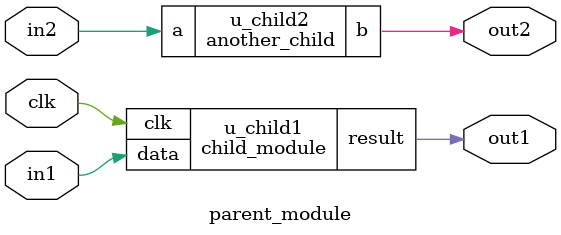
<source format=sv>
module child_module (
  input logic clk,
  input logic data,
  output logic result
);
  assign result = data & clk;
endmodule

module another_child (
  input logic a,
  output logic b
);
  assign b = ~a;
endmodule

// Parent module that instantiates the above modules
module parent_module (
  input logic clk,
  input logic in1,
  input logic in2,
  output logic out1,
  output logic out2
);
  
  // Both child modules are instantiated
  child_module u_child1 (
    .clk(clk),
    .data(in1),
    .result(out1)
  );
  
  another_child u_child2 (
    .a(in2),
    .b(out2)
  );
  
endmodule


</source>
